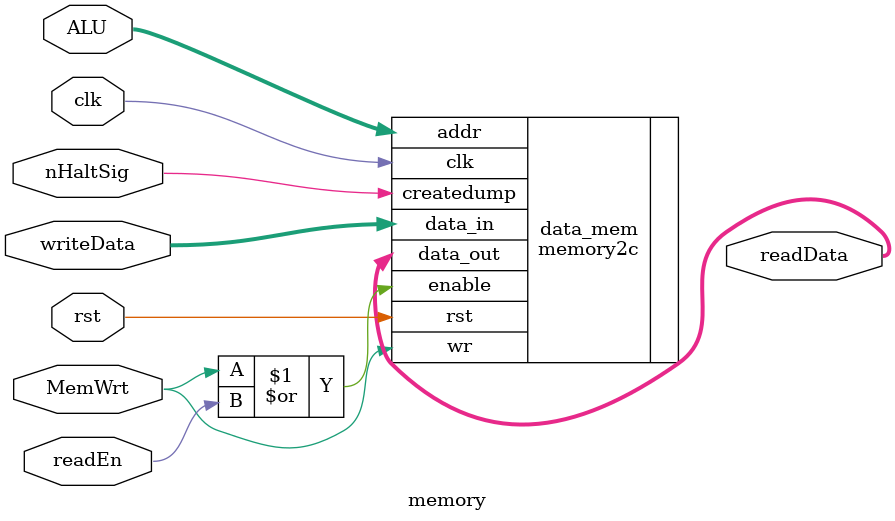
<source format=v>
/* 
    Author          : Abhinav Nandwani, Anna Huang
    Filename        : memory.v
    Description     : This module contains all components in the Memory stage of the processor.
*/

module memory (
    input wire clk,
    input wire rst,
    input wire [15:0] ALU,
    input wire [15:0] writeData,
    input wire readEn,
    input wire MemWrt,
    input wire nHaltSig,
    output wire [15:0] readData
);

    // Data Memory
    memory2c data_mem(.data_out(readData), .data_in(writeData), .addr(ALU), .enable(MemWrt | readEn), .wr(MemWrt), .createdump(nHaltSig), .clk(clk), .rst(rst));
endmodule

</source>
